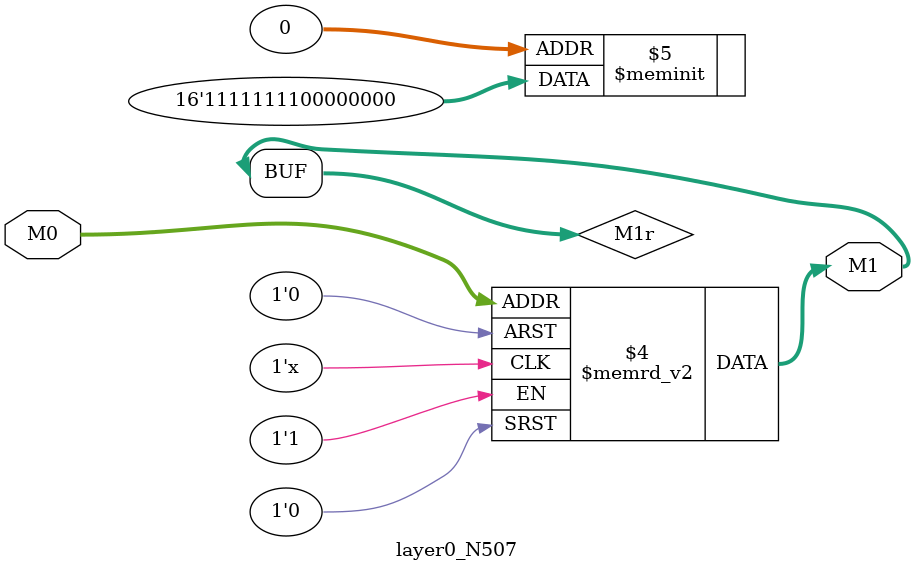
<source format=v>
module layer0_N507 ( input [2:0] M0, output [1:0] M1 );

	(*rom_style = "distributed" *) reg [1:0] M1r;
	assign M1 = M1r;
	always @ (M0) begin
		case (M0)
			3'b000: M1r = 2'b00;
			3'b100: M1r = 2'b11;
			3'b010: M1r = 2'b00;
			3'b110: M1r = 2'b11;
			3'b001: M1r = 2'b00;
			3'b101: M1r = 2'b11;
			3'b011: M1r = 2'b00;
			3'b111: M1r = 2'b11;

		endcase
	end
endmodule

</source>
